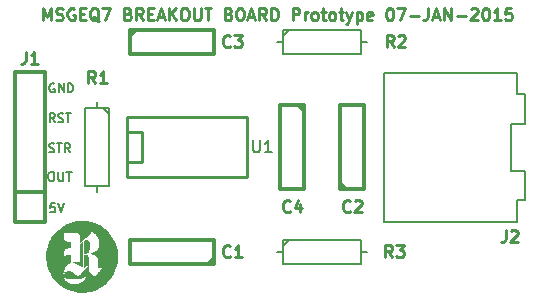
<source format=gto>
G04 (created by PCBNEW (2013-07-07 BZR 4022)-stable) date 1/7/2015 9:28:31 AM*
%MOIN*%
G04 Gerber Fmt 3.4, Leading zero omitted, Abs format*
%FSLAX34Y34*%
G01*
G70*
G90*
G04 APERTURE LIST*
%ADD10C,0.00590551*%
%ADD11C,0.01*%
%ADD12C,0.0075*%
%ADD13C,0.008*%
%ADD14C,0.012*%
%ADD15C,0.0001*%
G04 APERTURE END LIST*
G54D10*
G54D11*
X76690Y-59761D02*
X76690Y-59361D01*
X76823Y-59647D01*
X76957Y-59361D01*
X76957Y-59761D01*
X77128Y-59742D02*
X77185Y-59761D01*
X77280Y-59761D01*
X77319Y-59742D01*
X77338Y-59723D01*
X77357Y-59685D01*
X77357Y-59647D01*
X77338Y-59609D01*
X77319Y-59590D01*
X77280Y-59571D01*
X77204Y-59552D01*
X77166Y-59533D01*
X77147Y-59514D01*
X77128Y-59476D01*
X77128Y-59438D01*
X77147Y-59400D01*
X77166Y-59380D01*
X77204Y-59361D01*
X77300Y-59361D01*
X77357Y-59380D01*
X77738Y-59380D02*
X77700Y-59361D01*
X77642Y-59361D01*
X77585Y-59380D01*
X77547Y-59419D01*
X77528Y-59457D01*
X77509Y-59533D01*
X77509Y-59590D01*
X77528Y-59666D01*
X77547Y-59704D01*
X77585Y-59742D01*
X77642Y-59761D01*
X77680Y-59761D01*
X77738Y-59742D01*
X77757Y-59723D01*
X77757Y-59590D01*
X77680Y-59590D01*
X77928Y-59552D02*
X78061Y-59552D01*
X78119Y-59761D02*
X77928Y-59761D01*
X77928Y-59361D01*
X78119Y-59361D01*
X78557Y-59800D02*
X78519Y-59780D01*
X78480Y-59742D01*
X78423Y-59685D01*
X78385Y-59666D01*
X78347Y-59666D01*
X78366Y-59761D02*
X78328Y-59742D01*
X78290Y-59704D01*
X78271Y-59628D01*
X78271Y-59495D01*
X78290Y-59419D01*
X78328Y-59380D01*
X78366Y-59361D01*
X78442Y-59361D01*
X78480Y-59380D01*
X78519Y-59419D01*
X78538Y-59495D01*
X78538Y-59628D01*
X78519Y-59704D01*
X78480Y-59742D01*
X78442Y-59761D01*
X78366Y-59761D01*
X78671Y-59361D02*
X78938Y-59361D01*
X78766Y-59761D01*
X79528Y-59552D02*
X79585Y-59571D01*
X79604Y-59590D01*
X79623Y-59628D01*
X79623Y-59685D01*
X79604Y-59723D01*
X79585Y-59742D01*
X79547Y-59761D01*
X79395Y-59761D01*
X79395Y-59361D01*
X79528Y-59361D01*
X79566Y-59380D01*
X79585Y-59400D01*
X79604Y-59438D01*
X79604Y-59476D01*
X79585Y-59514D01*
X79566Y-59533D01*
X79528Y-59552D01*
X79395Y-59552D01*
X80023Y-59761D02*
X79890Y-59571D01*
X79795Y-59761D02*
X79795Y-59361D01*
X79947Y-59361D01*
X79985Y-59380D01*
X80004Y-59400D01*
X80023Y-59438D01*
X80023Y-59495D01*
X80004Y-59533D01*
X79985Y-59552D01*
X79947Y-59571D01*
X79795Y-59571D01*
X80195Y-59552D02*
X80328Y-59552D01*
X80385Y-59761D02*
X80195Y-59761D01*
X80195Y-59361D01*
X80385Y-59361D01*
X80538Y-59647D02*
X80728Y-59647D01*
X80500Y-59761D02*
X80633Y-59361D01*
X80766Y-59761D01*
X80900Y-59761D02*
X80900Y-59361D01*
X81128Y-59761D02*
X80957Y-59533D01*
X81128Y-59361D02*
X80900Y-59590D01*
X81376Y-59361D02*
X81452Y-59361D01*
X81490Y-59380D01*
X81528Y-59419D01*
X81547Y-59495D01*
X81547Y-59628D01*
X81528Y-59704D01*
X81490Y-59742D01*
X81452Y-59761D01*
X81376Y-59761D01*
X81338Y-59742D01*
X81300Y-59704D01*
X81280Y-59628D01*
X81280Y-59495D01*
X81300Y-59419D01*
X81338Y-59380D01*
X81376Y-59361D01*
X81719Y-59361D02*
X81719Y-59685D01*
X81738Y-59723D01*
X81757Y-59742D01*
X81795Y-59761D01*
X81871Y-59761D01*
X81909Y-59742D01*
X81928Y-59723D01*
X81947Y-59685D01*
X81947Y-59361D01*
X82080Y-59361D02*
X82309Y-59361D01*
X82195Y-59761D02*
X82195Y-59361D01*
X82880Y-59552D02*
X82938Y-59571D01*
X82957Y-59590D01*
X82976Y-59628D01*
X82976Y-59685D01*
X82957Y-59723D01*
X82938Y-59742D01*
X82900Y-59761D01*
X82747Y-59761D01*
X82747Y-59361D01*
X82880Y-59361D01*
X82919Y-59380D01*
X82938Y-59400D01*
X82957Y-59438D01*
X82957Y-59476D01*
X82938Y-59514D01*
X82919Y-59533D01*
X82880Y-59552D01*
X82747Y-59552D01*
X83223Y-59361D02*
X83300Y-59361D01*
X83338Y-59380D01*
X83376Y-59419D01*
X83395Y-59495D01*
X83395Y-59628D01*
X83376Y-59704D01*
X83338Y-59742D01*
X83300Y-59761D01*
X83223Y-59761D01*
X83185Y-59742D01*
X83147Y-59704D01*
X83128Y-59628D01*
X83128Y-59495D01*
X83147Y-59419D01*
X83185Y-59380D01*
X83223Y-59361D01*
X83547Y-59647D02*
X83738Y-59647D01*
X83509Y-59761D02*
X83642Y-59361D01*
X83776Y-59761D01*
X84138Y-59761D02*
X84004Y-59571D01*
X83909Y-59761D02*
X83909Y-59361D01*
X84061Y-59361D01*
X84100Y-59380D01*
X84119Y-59400D01*
X84138Y-59438D01*
X84138Y-59495D01*
X84119Y-59533D01*
X84100Y-59552D01*
X84061Y-59571D01*
X83909Y-59571D01*
X84309Y-59761D02*
X84309Y-59361D01*
X84404Y-59361D01*
X84461Y-59380D01*
X84500Y-59419D01*
X84519Y-59457D01*
X84538Y-59533D01*
X84538Y-59590D01*
X84519Y-59666D01*
X84500Y-59704D01*
X84461Y-59742D01*
X84404Y-59761D01*
X84309Y-59761D01*
X85014Y-59761D02*
X85014Y-59361D01*
X85166Y-59361D01*
X85204Y-59380D01*
X85223Y-59400D01*
X85242Y-59438D01*
X85242Y-59495D01*
X85223Y-59533D01*
X85204Y-59552D01*
X85166Y-59571D01*
X85014Y-59571D01*
X85414Y-59761D02*
X85414Y-59495D01*
X85414Y-59571D02*
X85433Y-59533D01*
X85452Y-59514D01*
X85490Y-59495D01*
X85528Y-59495D01*
X85719Y-59761D02*
X85680Y-59742D01*
X85661Y-59723D01*
X85642Y-59685D01*
X85642Y-59571D01*
X85661Y-59533D01*
X85680Y-59514D01*
X85719Y-59495D01*
X85776Y-59495D01*
X85814Y-59514D01*
X85833Y-59533D01*
X85852Y-59571D01*
X85852Y-59685D01*
X85833Y-59723D01*
X85814Y-59742D01*
X85776Y-59761D01*
X85719Y-59761D01*
X85966Y-59495D02*
X86119Y-59495D01*
X86023Y-59361D02*
X86023Y-59704D01*
X86042Y-59742D01*
X86080Y-59761D01*
X86119Y-59761D01*
X86309Y-59761D02*
X86271Y-59742D01*
X86252Y-59723D01*
X86233Y-59685D01*
X86233Y-59571D01*
X86252Y-59533D01*
X86271Y-59514D01*
X86309Y-59495D01*
X86366Y-59495D01*
X86404Y-59514D01*
X86423Y-59533D01*
X86442Y-59571D01*
X86442Y-59685D01*
X86423Y-59723D01*
X86404Y-59742D01*
X86366Y-59761D01*
X86309Y-59761D01*
X86557Y-59495D02*
X86709Y-59495D01*
X86614Y-59361D02*
X86614Y-59704D01*
X86633Y-59742D01*
X86671Y-59761D01*
X86709Y-59761D01*
X86804Y-59495D02*
X86900Y-59761D01*
X86995Y-59495D02*
X86900Y-59761D01*
X86861Y-59857D01*
X86842Y-59876D01*
X86804Y-59895D01*
X87147Y-59495D02*
X87147Y-59895D01*
X87147Y-59514D02*
X87185Y-59495D01*
X87261Y-59495D01*
X87299Y-59514D01*
X87319Y-59533D01*
X87338Y-59571D01*
X87338Y-59685D01*
X87319Y-59723D01*
X87299Y-59742D01*
X87261Y-59761D01*
X87185Y-59761D01*
X87147Y-59742D01*
X87661Y-59742D02*
X87623Y-59761D01*
X87547Y-59761D01*
X87509Y-59742D01*
X87490Y-59704D01*
X87490Y-59552D01*
X87509Y-59514D01*
X87547Y-59495D01*
X87623Y-59495D01*
X87661Y-59514D01*
X87680Y-59552D01*
X87680Y-59590D01*
X87490Y-59628D01*
X88233Y-59361D02*
X88271Y-59361D01*
X88309Y-59380D01*
X88328Y-59400D01*
X88347Y-59438D01*
X88366Y-59514D01*
X88366Y-59609D01*
X88347Y-59685D01*
X88328Y-59723D01*
X88309Y-59742D01*
X88271Y-59761D01*
X88233Y-59761D01*
X88195Y-59742D01*
X88176Y-59723D01*
X88157Y-59685D01*
X88138Y-59609D01*
X88138Y-59514D01*
X88157Y-59438D01*
X88176Y-59400D01*
X88195Y-59380D01*
X88233Y-59361D01*
X88499Y-59361D02*
X88766Y-59361D01*
X88595Y-59761D01*
X88919Y-59609D02*
X89223Y-59609D01*
X89528Y-59361D02*
X89528Y-59647D01*
X89509Y-59704D01*
X89471Y-59742D01*
X89414Y-59761D01*
X89376Y-59761D01*
X89699Y-59647D02*
X89890Y-59647D01*
X89661Y-59761D02*
X89795Y-59361D01*
X89928Y-59761D01*
X90061Y-59761D02*
X90061Y-59361D01*
X90290Y-59761D01*
X90290Y-59361D01*
X90480Y-59609D02*
X90785Y-59609D01*
X90957Y-59400D02*
X90976Y-59380D01*
X91014Y-59361D01*
X91109Y-59361D01*
X91147Y-59380D01*
X91166Y-59400D01*
X91185Y-59438D01*
X91185Y-59476D01*
X91166Y-59533D01*
X90938Y-59761D01*
X91185Y-59761D01*
X91433Y-59361D02*
X91471Y-59361D01*
X91509Y-59380D01*
X91528Y-59400D01*
X91547Y-59438D01*
X91566Y-59514D01*
X91566Y-59609D01*
X91547Y-59685D01*
X91528Y-59723D01*
X91509Y-59742D01*
X91471Y-59761D01*
X91433Y-59761D01*
X91395Y-59742D01*
X91376Y-59723D01*
X91357Y-59685D01*
X91338Y-59609D01*
X91338Y-59514D01*
X91357Y-59438D01*
X91376Y-59400D01*
X91395Y-59380D01*
X91433Y-59361D01*
X91947Y-59761D02*
X91719Y-59761D01*
X91833Y-59761D02*
X91833Y-59361D01*
X91795Y-59419D01*
X91757Y-59457D01*
X91719Y-59476D01*
X92309Y-59361D02*
X92119Y-59361D01*
X92099Y-59552D01*
X92119Y-59533D01*
X92157Y-59514D01*
X92252Y-59514D01*
X92290Y-59533D01*
X92309Y-59552D01*
X92328Y-59590D01*
X92328Y-59685D01*
X92309Y-59723D01*
X92290Y-59742D01*
X92252Y-59761D01*
X92157Y-59761D01*
X92119Y-59742D01*
X92099Y-59723D01*
G54D12*
X77092Y-65871D02*
X76950Y-65871D01*
X76935Y-66014D01*
X76950Y-66000D01*
X76978Y-65985D01*
X77050Y-65985D01*
X77078Y-66000D01*
X77092Y-66014D01*
X77107Y-66042D01*
X77107Y-66114D01*
X77092Y-66142D01*
X77078Y-66157D01*
X77050Y-66171D01*
X76978Y-66171D01*
X76950Y-66157D01*
X76935Y-66142D01*
X77192Y-65871D02*
X77292Y-66171D01*
X77392Y-65871D01*
X76950Y-64821D02*
X77007Y-64821D01*
X77035Y-64835D01*
X77064Y-64864D01*
X77078Y-64921D01*
X77078Y-65021D01*
X77064Y-65078D01*
X77035Y-65107D01*
X77007Y-65121D01*
X76950Y-65121D01*
X76921Y-65107D01*
X76892Y-65078D01*
X76878Y-65021D01*
X76878Y-64921D01*
X76892Y-64864D01*
X76921Y-64835D01*
X76950Y-64821D01*
X77207Y-64821D02*
X77207Y-65064D01*
X77221Y-65092D01*
X77235Y-65107D01*
X77264Y-65121D01*
X77321Y-65121D01*
X77350Y-65107D01*
X77364Y-65092D01*
X77378Y-65064D01*
X77378Y-64821D01*
X77478Y-64821D02*
X77650Y-64821D01*
X77564Y-65121D02*
X77564Y-64821D01*
X76900Y-64157D02*
X76942Y-64171D01*
X77014Y-64171D01*
X77042Y-64157D01*
X77057Y-64142D01*
X77071Y-64114D01*
X77071Y-64085D01*
X77057Y-64057D01*
X77042Y-64042D01*
X77014Y-64028D01*
X76957Y-64014D01*
X76928Y-64000D01*
X76914Y-63985D01*
X76900Y-63957D01*
X76900Y-63928D01*
X76914Y-63900D01*
X76928Y-63885D01*
X76957Y-63871D01*
X77028Y-63871D01*
X77071Y-63885D01*
X77157Y-63871D02*
X77328Y-63871D01*
X77242Y-64171D02*
X77242Y-63871D01*
X77600Y-64171D02*
X77500Y-64028D01*
X77428Y-64171D02*
X77428Y-63871D01*
X77542Y-63871D01*
X77571Y-63885D01*
X77585Y-63900D01*
X77600Y-63928D01*
X77600Y-63971D01*
X77585Y-64000D01*
X77571Y-64014D01*
X77542Y-64028D01*
X77428Y-64028D01*
X77085Y-63171D02*
X76985Y-63028D01*
X76914Y-63171D02*
X76914Y-62871D01*
X77028Y-62871D01*
X77057Y-62885D01*
X77071Y-62900D01*
X77085Y-62928D01*
X77085Y-62971D01*
X77071Y-63000D01*
X77057Y-63014D01*
X77028Y-63028D01*
X76914Y-63028D01*
X77200Y-63157D02*
X77242Y-63171D01*
X77314Y-63171D01*
X77342Y-63157D01*
X77357Y-63142D01*
X77371Y-63114D01*
X77371Y-63085D01*
X77357Y-63057D01*
X77342Y-63042D01*
X77314Y-63028D01*
X77257Y-63014D01*
X77228Y-63000D01*
X77214Y-62985D01*
X77200Y-62957D01*
X77200Y-62928D01*
X77214Y-62900D01*
X77228Y-62885D01*
X77257Y-62871D01*
X77328Y-62871D01*
X77371Y-62885D01*
X77457Y-62871D02*
X77628Y-62871D01*
X77542Y-63171D02*
X77542Y-62871D01*
X77071Y-61885D02*
X77042Y-61871D01*
X77000Y-61871D01*
X76957Y-61885D01*
X76928Y-61914D01*
X76914Y-61942D01*
X76900Y-62000D01*
X76900Y-62042D01*
X76914Y-62100D01*
X76928Y-62128D01*
X76957Y-62157D01*
X77000Y-62171D01*
X77028Y-62171D01*
X77071Y-62157D01*
X77085Y-62142D01*
X77085Y-62042D01*
X77028Y-62042D01*
X77214Y-62171D02*
X77214Y-61871D01*
X77385Y-62171D01*
X77385Y-61871D01*
X77528Y-62171D02*
X77528Y-61871D01*
X77600Y-61871D01*
X77642Y-61885D01*
X77671Y-61914D01*
X77685Y-61942D01*
X77700Y-62000D01*
X77700Y-62042D01*
X77685Y-62100D01*
X77671Y-62128D01*
X77642Y-62157D01*
X77600Y-62171D01*
X77528Y-62171D01*
G54D13*
X78500Y-62500D02*
X78500Y-62700D01*
X78500Y-65500D02*
X78500Y-65300D01*
X78500Y-65300D02*
X78900Y-65300D01*
X78900Y-65300D02*
X78900Y-62700D01*
X78900Y-62700D02*
X78100Y-62700D01*
X78100Y-62700D02*
X78100Y-65300D01*
X78100Y-65300D02*
X78500Y-65300D01*
X78700Y-62700D02*
X78900Y-62900D01*
X84500Y-60500D02*
X84700Y-60500D01*
X87500Y-60500D02*
X87300Y-60500D01*
X87300Y-60500D02*
X87300Y-60100D01*
X87300Y-60100D02*
X84700Y-60100D01*
X84700Y-60100D02*
X84700Y-60900D01*
X84700Y-60900D02*
X87300Y-60900D01*
X87300Y-60900D02*
X87300Y-60500D01*
X84700Y-60300D02*
X84900Y-60100D01*
X84500Y-67500D02*
X84700Y-67500D01*
X87500Y-67500D02*
X87300Y-67500D01*
X87300Y-67500D02*
X87300Y-67100D01*
X87300Y-67100D02*
X84700Y-67100D01*
X84700Y-67100D02*
X84700Y-67900D01*
X84700Y-67900D02*
X87300Y-67900D01*
X87300Y-67900D02*
X87300Y-67500D01*
X84700Y-67300D02*
X84900Y-67100D01*
G54D11*
X79500Y-63500D02*
X80000Y-63500D01*
X80000Y-63500D02*
X80000Y-64500D01*
X80000Y-64500D02*
X79500Y-64500D01*
X79500Y-63000D02*
X83500Y-63000D01*
X83500Y-63000D02*
X83500Y-65000D01*
X83500Y-65000D02*
X79500Y-65000D01*
X79500Y-65000D02*
X79500Y-63000D01*
G54D14*
X82400Y-67900D02*
X79600Y-67900D01*
X79600Y-67900D02*
X79600Y-67100D01*
X79600Y-67100D02*
X82400Y-67100D01*
X82400Y-67100D02*
X82400Y-67900D01*
X82400Y-67700D02*
X82200Y-67900D01*
X79600Y-60100D02*
X82400Y-60100D01*
X82400Y-60100D02*
X82400Y-60900D01*
X82400Y-60900D02*
X79600Y-60900D01*
X79600Y-60900D02*
X79600Y-60100D01*
X79600Y-60300D02*
X79800Y-60100D01*
X85400Y-62600D02*
X85400Y-65400D01*
X85400Y-65400D02*
X84600Y-65400D01*
X84600Y-65400D02*
X84600Y-62600D01*
X84600Y-62600D02*
X85400Y-62600D01*
X85200Y-62600D02*
X85400Y-62800D01*
X86600Y-65400D02*
X86600Y-62600D01*
X86600Y-62600D02*
X87400Y-62600D01*
X87400Y-62600D02*
X87400Y-65400D01*
X87400Y-65400D02*
X86600Y-65400D01*
X86800Y-65400D02*
X86600Y-65200D01*
X76750Y-66500D02*
X75750Y-66500D01*
X75750Y-66500D02*
X75750Y-61500D01*
X75750Y-61500D02*
X76750Y-61500D01*
X76750Y-61500D02*
X76750Y-66500D01*
X76750Y-65500D02*
X75750Y-65500D01*
G54D15*
G36*
X79200Y-67634D02*
X79197Y-67737D01*
X79185Y-67839D01*
X79164Y-67940D01*
X79135Y-68039D01*
X79097Y-68136D01*
X79050Y-68230D01*
X78994Y-68321D01*
X78929Y-68408D01*
X78908Y-68433D01*
X78836Y-68511D01*
X78758Y-68580D01*
X78688Y-68632D01*
X78688Y-67974D01*
X78681Y-67964D01*
X78680Y-67963D01*
X78669Y-67951D01*
X78633Y-67988D01*
X78616Y-68006D01*
X78603Y-68017D01*
X78593Y-68023D01*
X78584Y-68025D01*
X78581Y-68025D01*
X78564Y-68021D01*
X78550Y-68007D01*
X78544Y-67995D01*
X78542Y-67987D01*
X78541Y-67970D01*
X78539Y-67946D01*
X78537Y-67917D01*
X78536Y-67883D01*
X78535Y-67853D01*
X78534Y-67810D01*
X78532Y-67776D01*
X78531Y-67749D01*
X78529Y-67728D01*
X78526Y-67711D01*
X78522Y-67697D01*
X78517Y-67685D01*
X78511Y-67674D01*
X78508Y-67668D01*
X78489Y-67641D01*
X78464Y-67619D01*
X78432Y-67600D01*
X78393Y-67585D01*
X78347Y-67573D01*
X78300Y-67565D01*
X78273Y-67561D01*
X78256Y-67558D01*
X78248Y-67555D01*
X78250Y-67551D01*
X78260Y-67545D01*
X78279Y-67537D01*
X78290Y-67533D01*
X78343Y-67510D01*
X78387Y-67488D01*
X78425Y-67465D01*
X78458Y-67442D01*
X78486Y-67416D01*
X78494Y-67407D01*
X78521Y-67375D01*
X78541Y-67342D01*
X78556Y-67306D01*
X78565Y-67265D01*
X78570Y-67218D01*
X78571Y-67177D01*
X78570Y-67128D01*
X78565Y-67087D01*
X78556Y-67050D01*
X78543Y-67017D01*
X78523Y-66984D01*
X78497Y-66950D01*
X78489Y-66941D01*
X78471Y-66921D01*
X78450Y-66900D01*
X78427Y-66878D01*
X78403Y-66858D01*
X78381Y-66840D01*
X78361Y-66825D01*
X78344Y-66814D01*
X78334Y-66810D01*
X78332Y-66810D01*
X78328Y-66814D01*
X78318Y-66823D01*
X78304Y-66838D01*
X78287Y-66857D01*
X78280Y-66865D01*
X78259Y-66890D01*
X78236Y-66914D01*
X78212Y-66939D01*
X78185Y-66964D01*
X78154Y-66993D01*
X78119Y-67024D01*
X78077Y-67059D01*
X78038Y-67092D01*
X77937Y-67175D01*
X77934Y-67066D01*
X77933Y-67023D01*
X77931Y-66988D01*
X77928Y-66960D01*
X77924Y-66938D01*
X77919Y-66920D01*
X77913Y-66906D01*
X77904Y-66893D01*
X77899Y-66887D01*
X77885Y-66873D01*
X77869Y-66861D01*
X77851Y-66853D01*
X77829Y-66847D01*
X77801Y-66844D01*
X77768Y-66843D01*
X77728Y-66844D01*
X77679Y-66847D01*
X77670Y-66847D01*
X77614Y-66851D01*
X77568Y-66853D01*
X77529Y-66855D01*
X77498Y-66855D01*
X77474Y-66853D01*
X77455Y-66850D01*
X77441Y-66846D01*
X77431Y-66840D01*
X77424Y-66832D01*
X77419Y-66823D01*
X77419Y-66822D01*
X77412Y-66809D01*
X77403Y-66805D01*
X77402Y-66805D01*
X77396Y-66807D01*
X77391Y-66814D01*
X77388Y-66826D01*
X77386Y-66846D01*
X77385Y-66874D01*
X77385Y-66890D01*
X77387Y-66945D01*
X77391Y-66994D01*
X77399Y-67036D01*
X77409Y-67070D01*
X77421Y-67096D01*
X77431Y-67109D01*
X77442Y-67119D01*
X77454Y-67127D01*
X77466Y-67133D01*
X77481Y-67137D01*
X77500Y-67140D01*
X77526Y-67142D01*
X77558Y-67144D01*
X77596Y-67145D01*
X77606Y-67148D01*
X77615Y-67155D01*
X77618Y-67159D01*
X77621Y-67164D01*
X77623Y-67172D01*
X77624Y-67184D01*
X77625Y-67202D01*
X77625Y-67227D01*
X77625Y-67260D01*
X77625Y-67263D01*
X77625Y-67360D01*
X77594Y-67360D01*
X77571Y-67361D01*
X77545Y-67363D01*
X77529Y-67365D01*
X77495Y-67373D01*
X77467Y-67385D01*
X77444Y-67403D01*
X77425Y-67428D01*
X77411Y-67459D01*
X77400Y-67497D01*
X77394Y-67544D01*
X77391Y-67599D01*
X77390Y-67636D01*
X77390Y-67715D01*
X77402Y-67715D01*
X77407Y-67714D01*
X77411Y-67711D01*
X77414Y-67702D01*
X77417Y-67687D01*
X77418Y-67675D01*
X77422Y-67650D01*
X77428Y-67631D01*
X77436Y-67617D01*
X77449Y-67607D01*
X77467Y-67600D01*
X77491Y-67596D01*
X77523Y-67593D01*
X77551Y-67591D01*
X77626Y-67588D01*
X77624Y-67706D01*
X77623Y-67746D01*
X77623Y-67776D01*
X77622Y-67800D01*
X77619Y-67818D01*
X77614Y-67832D01*
X77608Y-67844D01*
X77598Y-67854D01*
X77585Y-67865D01*
X77568Y-67878D01*
X77559Y-67885D01*
X77538Y-67901D01*
X77519Y-67916D01*
X77504Y-67929D01*
X77497Y-67935D01*
X77470Y-67965D01*
X77444Y-68003D01*
X77420Y-68046D01*
X77400Y-68091D01*
X77389Y-68120D01*
X77381Y-68157D01*
X77377Y-68199D01*
X77378Y-68243D01*
X77383Y-68286D01*
X77389Y-68312D01*
X77409Y-68366D01*
X77437Y-68416D01*
X77472Y-68459D01*
X77512Y-68496D01*
X77559Y-68526D01*
X77584Y-68538D01*
X77632Y-68553D01*
X77686Y-68562D01*
X77742Y-68565D01*
X77799Y-68561D01*
X77811Y-68559D01*
X77857Y-68549D01*
X77904Y-68532D01*
X77948Y-68511D01*
X77966Y-68500D01*
X77999Y-68475D01*
X78032Y-68445D01*
X78063Y-68411D01*
X78089Y-68376D01*
X78105Y-68349D01*
X78120Y-68316D01*
X78130Y-68287D01*
X78136Y-68258D01*
X78139Y-68225D01*
X78140Y-68196D01*
X78140Y-68140D01*
X78121Y-68140D01*
X78102Y-68140D01*
X78102Y-68189D01*
X78100Y-68227D01*
X78093Y-68259D01*
X78081Y-68286D01*
X78063Y-68312D01*
X78052Y-68325D01*
X78017Y-68357D01*
X77977Y-68380D01*
X77943Y-68393D01*
X77933Y-68396D01*
X77923Y-68398D01*
X77911Y-68399D01*
X77896Y-68401D01*
X77876Y-68401D01*
X77851Y-68402D01*
X77819Y-68402D01*
X77779Y-68402D01*
X77742Y-68402D01*
X77695Y-68402D01*
X77656Y-68402D01*
X77625Y-68402D01*
X77600Y-68401D01*
X77581Y-68400D01*
X77565Y-68399D01*
X77553Y-68397D01*
X77542Y-68394D01*
X77539Y-68394D01*
X77495Y-68379D01*
X77460Y-68361D01*
X77434Y-68339D01*
X77416Y-68312D01*
X77407Y-68280D01*
X77405Y-68255D01*
X77409Y-68219D01*
X77421Y-68190D01*
X77441Y-68165D01*
X77469Y-68146D01*
X77479Y-68141D01*
X77493Y-68135D01*
X77505Y-68131D01*
X77520Y-68129D01*
X77538Y-68128D01*
X77562Y-68128D01*
X77600Y-68129D01*
X77635Y-68134D01*
X77667Y-68144D01*
X77698Y-68158D01*
X77729Y-68179D01*
X77763Y-68206D01*
X77801Y-68240D01*
X77815Y-68253D01*
X77836Y-68274D01*
X77852Y-68288D01*
X77863Y-68297D01*
X77869Y-68300D01*
X77873Y-68299D01*
X77877Y-68294D01*
X77888Y-68282D01*
X77904Y-68265D01*
X77924Y-68242D01*
X77948Y-68215D01*
X77975Y-68184D01*
X78005Y-68151D01*
X78034Y-68118D01*
X78190Y-67944D01*
X78181Y-67931D01*
X78173Y-67918D01*
X78116Y-67978D01*
X78060Y-68037D01*
X78060Y-67809D01*
X78060Y-67580D01*
X78099Y-67580D01*
X78134Y-67583D01*
X78162Y-67591D01*
X78184Y-67605D01*
X78202Y-67628D01*
X78214Y-67650D01*
X78228Y-67677D01*
X78230Y-67895D01*
X78231Y-67950D01*
X78231Y-67995D01*
X78232Y-68033D01*
X78233Y-68063D01*
X78234Y-68087D01*
X78236Y-68106D01*
X78239Y-68121D01*
X78242Y-68133D01*
X78246Y-68143D01*
X78252Y-68151D01*
X78258Y-68159D01*
X78266Y-68168D01*
X78268Y-68170D01*
X78277Y-68179D01*
X78291Y-68192D01*
X78309Y-68209D01*
X78329Y-68227D01*
X78350Y-68245D01*
X78370Y-68263D01*
X78389Y-68279D01*
X78405Y-68292D01*
X78416Y-68301D01*
X78422Y-68304D01*
X78422Y-68304D01*
X78425Y-68300D01*
X78434Y-68289D01*
X78448Y-68272D01*
X78467Y-68250D01*
X78489Y-68223D01*
X78513Y-68192D01*
X78541Y-68159D01*
X78552Y-68145D01*
X78581Y-68111D01*
X78607Y-68079D01*
X78630Y-68050D01*
X78651Y-68025D01*
X78667Y-68004D01*
X78679Y-67990D01*
X78686Y-67982D01*
X78686Y-67981D01*
X78688Y-67974D01*
X78688Y-68632D01*
X78674Y-68642D01*
X78585Y-68698D01*
X78493Y-68744D01*
X78396Y-68782D01*
X78295Y-68812D01*
X78192Y-68834D01*
X78087Y-68846D01*
X77983Y-68850D01*
X77890Y-68845D01*
X77782Y-68829D01*
X77677Y-68805D01*
X77576Y-68772D01*
X77478Y-68730D01*
X77384Y-68679D01*
X77295Y-68621D01*
X77212Y-68555D01*
X77135Y-68482D01*
X77065Y-68402D01*
X77011Y-68328D01*
X76953Y-68234D01*
X76904Y-68137D01*
X76865Y-68037D01*
X76835Y-67934D01*
X76814Y-67830D01*
X76802Y-67725D01*
X76800Y-67619D01*
X76808Y-67513D01*
X76825Y-67407D01*
X76852Y-67303D01*
X76888Y-67200D01*
X76905Y-67160D01*
X76954Y-67063D01*
X77011Y-66971D01*
X77076Y-66885D01*
X77149Y-66804D01*
X77217Y-66742D01*
X77302Y-66675D01*
X77393Y-66616D01*
X77487Y-66566D01*
X77584Y-66525D01*
X77685Y-66492D01*
X77787Y-66469D01*
X77891Y-66455D01*
X77996Y-66450D01*
X78102Y-66455D01*
X78207Y-66468D01*
X78311Y-66492D01*
X78414Y-66524D01*
X78490Y-66555D01*
X78587Y-66604D01*
X78679Y-66661D01*
X78765Y-66726D01*
X78846Y-66799D01*
X78908Y-66867D01*
X78975Y-66952D01*
X79034Y-67042D01*
X79083Y-67135D01*
X79124Y-67231D01*
X79156Y-67330D01*
X79179Y-67430D01*
X79194Y-67532D01*
X79200Y-67634D01*
X79200Y-67634D01*
X79200Y-67634D01*
G37*
G36*
X78029Y-67681D02*
X78029Y-67745D01*
X78029Y-67787D01*
X78027Y-68004D01*
X78008Y-67989D01*
X77941Y-67945D01*
X77873Y-67910D01*
X77802Y-67884D01*
X77730Y-67868D01*
X77700Y-67864D01*
X77639Y-67858D01*
X77661Y-67849D01*
X77694Y-67836D01*
X77734Y-67826D01*
X77776Y-67817D01*
X77819Y-67811D01*
X77859Y-67807D01*
X77893Y-67807D01*
X77904Y-67808D01*
X77935Y-67811D01*
X77935Y-67512D01*
X77935Y-67212D01*
X77982Y-67174D01*
X78027Y-67136D01*
X78029Y-67353D01*
X78029Y-67410D01*
X78029Y-67475D01*
X78029Y-67544D01*
X78029Y-67613D01*
X78029Y-67681D01*
X78029Y-67681D01*
X78029Y-67681D01*
G37*
G36*
X78265Y-67291D02*
X78262Y-67351D01*
X78253Y-67404D01*
X78237Y-67449D01*
X78216Y-67486D01*
X78188Y-67515D01*
X78176Y-67524D01*
X78153Y-67536D01*
X78124Y-67547D01*
X78095Y-67553D01*
X78076Y-67555D01*
X78060Y-67555D01*
X78061Y-67331D01*
X78063Y-67108D01*
X78084Y-67093D01*
X78098Y-67084D01*
X78111Y-67079D01*
X78128Y-67078D01*
X78137Y-67078D01*
X78165Y-67081D01*
X78187Y-67089D01*
X78207Y-67105D01*
X78213Y-67111D01*
X78234Y-67139D01*
X78249Y-67174D01*
X78260Y-67215D01*
X78264Y-67265D01*
X78265Y-67291D01*
X78265Y-67291D01*
X78265Y-67291D01*
G37*
G54D10*
X92496Y-65771D02*
X92771Y-65771D01*
X92377Y-66480D02*
X92496Y-66480D01*
X92496Y-65771D02*
X92496Y-66480D01*
X92496Y-62228D02*
X92771Y-62228D01*
X92377Y-61519D02*
X92496Y-61519D01*
X92496Y-61519D02*
X92496Y-62228D01*
X88047Y-61519D02*
X92377Y-61519D01*
X88047Y-66480D02*
X92377Y-66480D01*
X88047Y-66480D02*
X88047Y-61519D01*
X92771Y-62228D02*
X92771Y-63212D01*
X92771Y-65771D02*
X92771Y-64787D01*
X92771Y-64787D02*
X92299Y-64787D01*
X92299Y-64787D02*
X92299Y-63212D01*
X92299Y-63212D02*
X92771Y-63212D01*
G54D11*
X78433Y-61861D02*
X78300Y-61671D01*
X78204Y-61861D02*
X78204Y-61461D01*
X78357Y-61461D01*
X78395Y-61480D01*
X78414Y-61500D01*
X78433Y-61538D01*
X78433Y-61595D01*
X78414Y-61633D01*
X78395Y-61652D01*
X78357Y-61671D01*
X78204Y-61671D01*
X78814Y-61861D02*
X78585Y-61861D01*
X78700Y-61861D02*
X78700Y-61461D01*
X78661Y-61519D01*
X78623Y-61557D01*
X78585Y-61576D01*
X88383Y-60661D02*
X88250Y-60471D01*
X88154Y-60661D02*
X88154Y-60261D01*
X88307Y-60261D01*
X88345Y-60280D01*
X88364Y-60300D01*
X88383Y-60338D01*
X88383Y-60395D01*
X88364Y-60433D01*
X88345Y-60452D01*
X88307Y-60471D01*
X88154Y-60471D01*
X88535Y-60300D02*
X88554Y-60280D01*
X88592Y-60261D01*
X88688Y-60261D01*
X88726Y-60280D01*
X88745Y-60300D01*
X88764Y-60338D01*
X88764Y-60376D01*
X88745Y-60433D01*
X88516Y-60661D01*
X88764Y-60661D01*
X88333Y-67661D02*
X88200Y-67471D01*
X88104Y-67661D02*
X88104Y-67261D01*
X88257Y-67261D01*
X88295Y-67280D01*
X88314Y-67300D01*
X88333Y-67338D01*
X88333Y-67395D01*
X88314Y-67433D01*
X88295Y-67452D01*
X88257Y-67471D01*
X88104Y-67471D01*
X88466Y-67261D02*
X88714Y-67261D01*
X88580Y-67414D01*
X88638Y-67414D01*
X88676Y-67433D01*
X88695Y-67452D01*
X88714Y-67490D01*
X88714Y-67585D01*
X88695Y-67623D01*
X88676Y-67642D01*
X88638Y-67661D01*
X88523Y-67661D01*
X88485Y-67642D01*
X88466Y-67623D01*
G54D13*
X83695Y-63761D02*
X83695Y-64085D01*
X83714Y-64123D01*
X83733Y-64142D01*
X83771Y-64161D01*
X83847Y-64161D01*
X83885Y-64142D01*
X83904Y-64123D01*
X83923Y-64085D01*
X83923Y-63761D01*
X84323Y-64161D02*
X84095Y-64161D01*
X84209Y-64161D02*
X84209Y-63761D01*
X84171Y-63819D01*
X84133Y-63857D01*
X84095Y-63876D01*
G54D11*
X82933Y-67623D02*
X82914Y-67642D01*
X82857Y-67661D01*
X82819Y-67661D01*
X82761Y-67642D01*
X82723Y-67604D01*
X82704Y-67566D01*
X82685Y-67490D01*
X82685Y-67433D01*
X82704Y-67357D01*
X82723Y-67319D01*
X82761Y-67280D01*
X82819Y-67261D01*
X82857Y-67261D01*
X82914Y-67280D01*
X82933Y-67300D01*
X83314Y-67661D02*
X83085Y-67661D01*
X83200Y-67661D02*
X83200Y-67261D01*
X83161Y-67319D01*
X83123Y-67357D01*
X83085Y-67376D01*
X82933Y-60623D02*
X82914Y-60642D01*
X82857Y-60661D01*
X82819Y-60661D01*
X82761Y-60642D01*
X82723Y-60604D01*
X82704Y-60566D01*
X82685Y-60490D01*
X82685Y-60433D01*
X82704Y-60357D01*
X82723Y-60319D01*
X82761Y-60280D01*
X82819Y-60261D01*
X82857Y-60261D01*
X82914Y-60280D01*
X82933Y-60300D01*
X83066Y-60261D02*
X83314Y-60261D01*
X83180Y-60414D01*
X83238Y-60414D01*
X83276Y-60433D01*
X83295Y-60452D01*
X83314Y-60490D01*
X83314Y-60585D01*
X83295Y-60623D01*
X83276Y-60642D01*
X83238Y-60661D01*
X83123Y-60661D01*
X83085Y-60642D01*
X83066Y-60623D01*
X84933Y-66123D02*
X84914Y-66142D01*
X84857Y-66161D01*
X84819Y-66161D01*
X84761Y-66142D01*
X84723Y-66104D01*
X84704Y-66066D01*
X84685Y-65990D01*
X84685Y-65933D01*
X84704Y-65857D01*
X84723Y-65819D01*
X84761Y-65780D01*
X84819Y-65761D01*
X84857Y-65761D01*
X84914Y-65780D01*
X84933Y-65800D01*
X85276Y-65895D02*
X85276Y-66161D01*
X85180Y-65742D02*
X85085Y-66028D01*
X85333Y-66028D01*
X86933Y-66123D02*
X86914Y-66142D01*
X86857Y-66161D01*
X86819Y-66161D01*
X86761Y-66142D01*
X86723Y-66104D01*
X86704Y-66066D01*
X86685Y-65990D01*
X86685Y-65933D01*
X86704Y-65857D01*
X86723Y-65819D01*
X86761Y-65780D01*
X86819Y-65761D01*
X86857Y-65761D01*
X86914Y-65780D01*
X86933Y-65800D01*
X87085Y-65800D02*
X87104Y-65780D01*
X87142Y-65761D01*
X87238Y-65761D01*
X87276Y-65780D01*
X87295Y-65800D01*
X87314Y-65838D01*
X87314Y-65876D01*
X87295Y-65933D01*
X87066Y-66161D01*
X87314Y-66161D01*
X76116Y-60811D02*
X76116Y-61097D01*
X76097Y-61154D01*
X76059Y-61192D01*
X76002Y-61211D01*
X75964Y-61211D01*
X76516Y-61211D02*
X76288Y-61211D01*
X76402Y-61211D02*
X76402Y-60811D01*
X76364Y-60869D01*
X76326Y-60907D01*
X76288Y-60926D01*
X92116Y-66761D02*
X92116Y-67047D01*
X92097Y-67104D01*
X92059Y-67142D01*
X92002Y-67161D01*
X91964Y-67161D01*
X92288Y-66800D02*
X92307Y-66780D01*
X92345Y-66761D01*
X92440Y-66761D01*
X92478Y-66780D01*
X92497Y-66800D01*
X92516Y-66838D01*
X92516Y-66876D01*
X92497Y-66933D01*
X92269Y-67161D01*
X92516Y-67161D01*
M02*

</source>
